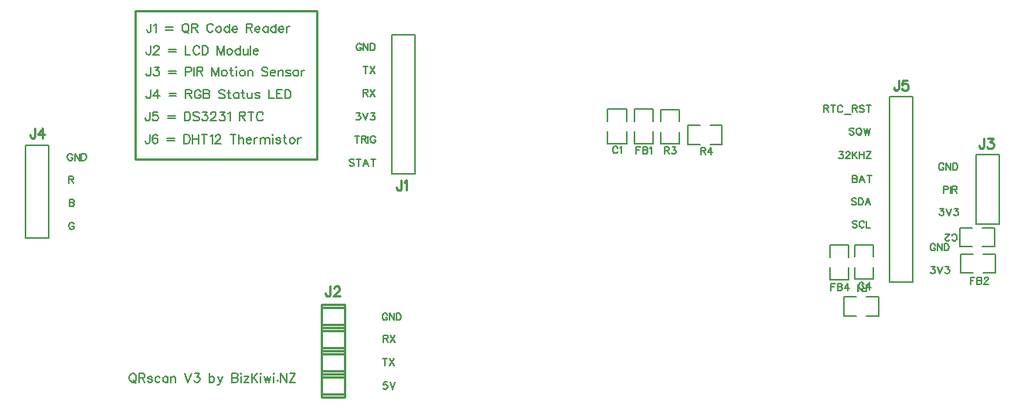
<source format=gto>
G04 Layer: TopSilkscreenLayer*
G04 EasyEDA v6.4.31, 2022-02-02 03:50:30*
G04 0b916ec405ec4e9094bbf8359c402fb2,658f5e24285b455797eae137c281a567,10*
G04 Gerber Generator version 0.2*
G04 Scale: 100 percent, Rotated: No, Reflected: No *
G04 Dimensions in millimeters *
G04 leading zeros omitted , absolute positions ,4 integer and 5 decimal *
%FSLAX45Y45*%
%MOMM*%

%ADD10C,0.2540*%
%ADD20C,0.2030*%
%ADD21C,0.2032*%
%ADD22C,0.1999*%
%ADD23C,0.2500*%
%ADD24C,0.1524*%

%LPD*%
D21*
X4293870Y209804D02*
G01*
X4290059Y217170D01*
X4282947Y224536D01*
X4275581Y228092D01*
X4261104Y228092D01*
X4253738Y224536D01*
X4246625Y217170D01*
X4242815Y209804D01*
X4239259Y198881D01*
X4239259Y180847D01*
X4242815Y169926D01*
X4246625Y162560D01*
X4253738Y155194D01*
X4261104Y151637D01*
X4275581Y151637D01*
X4282947Y155194D01*
X4290059Y162560D01*
X4293870Y169926D01*
X4293870Y180847D01*
X4275581Y180847D02*
G01*
X4293870Y180847D01*
X4317745Y228092D02*
G01*
X4317745Y151637D01*
X4317745Y228092D02*
G01*
X4368800Y151637D01*
X4368800Y228092D02*
G01*
X4368800Y151637D01*
X4392675Y228092D02*
G01*
X4392675Y151637D01*
X4392675Y228092D02*
G01*
X4418075Y228092D01*
X4428997Y224536D01*
X4436363Y217170D01*
X4439920Y209804D01*
X4443729Y198881D01*
X4443729Y180847D01*
X4439920Y169926D01*
X4436363Y162560D01*
X4428997Y155194D01*
X4418075Y151637D01*
X4392675Y151637D01*
X4338320Y-20828D02*
G01*
X4338320Y-97281D01*
X4312920Y-20828D02*
G01*
X4363720Y-20828D01*
X4387850Y-20828D02*
G01*
X4438650Y-97281D01*
X4438650Y-20828D02*
G01*
X4387850Y-97281D01*
X4315459Y-274828D02*
G01*
X4315459Y-351281D01*
X4315459Y-274828D02*
G01*
X4348225Y-274828D01*
X4359147Y-278384D01*
X4362704Y-282194D01*
X4366259Y-289305D01*
X4366259Y-296671D01*
X4362704Y-304037D01*
X4359147Y-307594D01*
X4348225Y-311150D01*
X4315459Y-311150D01*
X4340859Y-311150D02*
G01*
X4366259Y-351281D01*
X4390390Y-274828D02*
G01*
X4441190Y-351281D01*
X4441190Y-274828D02*
G01*
X4390390Y-351281D01*
X4241545Y-533907D02*
G01*
X4281424Y-533907D01*
X4259579Y-563118D01*
X4270502Y-563118D01*
X4277868Y-566673D01*
X4281424Y-570229D01*
X4284979Y-581152D01*
X4284979Y-588518D01*
X4281424Y-599439D01*
X4274058Y-606805D01*
X4263390Y-610362D01*
X4252468Y-610362D01*
X4241545Y-606805D01*
X4237736Y-602995D01*
X4234179Y-595884D01*
X4309109Y-533907D02*
G01*
X4338065Y-610362D01*
X4367275Y-533907D02*
G01*
X4338065Y-610362D01*
X4398518Y-533907D02*
G01*
X4438650Y-533907D01*
X4416806Y-563118D01*
X4427727Y-563118D01*
X4434840Y-566673D01*
X4438650Y-570229D01*
X4442206Y-581152D01*
X4442206Y-588518D01*
X4438650Y-599439D01*
X4431284Y-606805D01*
X4420361Y-610362D01*
X4409440Y-610362D01*
X4398518Y-606805D01*
X4394961Y-602995D01*
X4391152Y-595884D01*
X4244340Y-785368D02*
G01*
X4244340Y-861821D01*
X4218940Y-785368D02*
G01*
X4269740Y-785368D01*
X4293870Y-785368D02*
G01*
X4293870Y-861821D01*
X4293870Y-785368D02*
G01*
X4326636Y-785368D01*
X4337558Y-788923D01*
X4341113Y-792734D01*
X4344670Y-799845D01*
X4344670Y-807212D01*
X4341113Y-814578D01*
X4337558Y-818134D01*
X4326636Y-821689D01*
X4293870Y-821689D01*
X4319270Y-821689D02*
G01*
X4344670Y-861821D01*
X4368800Y-785368D02*
G01*
X4368800Y-861821D01*
X4447286Y-803655D02*
G01*
X4443729Y-796289D01*
X4436363Y-788923D01*
X4428997Y-785368D01*
X4414520Y-785368D01*
X4407408Y-788923D01*
X4400041Y-796289D01*
X4396486Y-803655D01*
X4392675Y-814578D01*
X4392675Y-832612D01*
X4396486Y-843534D01*
X4400041Y-850900D01*
X4407408Y-858265D01*
X4414520Y-861821D01*
X4428997Y-861821D01*
X4436363Y-858265D01*
X4443729Y-850900D01*
X4447286Y-843534D01*
X4447286Y-832612D01*
X4428997Y-832612D02*
G01*
X4447286Y-832612D01*
X4213859Y-1050289D02*
G01*
X4206747Y-1042923D01*
X4195825Y-1039368D01*
X4181347Y-1039368D01*
X4170425Y-1042923D01*
X4163059Y-1050289D01*
X4163059Y-1057655D01*
X4166615Y-1064768D01*
X4170425Y-1068578D01*
X4177538Y-1072134D01*
X4199381Y-1079500D01*
X4206747Y-1083055D01*
X4210304Y-1086612D01*
X4213859Y-1093978D01*
X4213859Y-1104900D01*
X4206747Y-1112265D01*
X4195825Y-1115821D01*
X4181347Y-1115821D01*
X4170425Y-1112265D01*
X4163059Y-1104900D01*
X4263390Y-1039368D02*
G01*
X4263390Y-1115821D01*
X4237990Y-1039368D02*
G01*
X4288790Y-1039368D01*
X4341875Y-1039368D02*
G01*
X4312920Y-1115821D01*
X4341875Y-1039368D02*
G01*
X4371086Y-1115821D01*
X4323841Y-1090421D02*
G01*
X4360163Y-1090421D01*
X4420615Y-1039368D02*
G01*
X4420615Y-1115821D01*
X4394961Y-1039368D02*
G01*
X4446015Y-1039368D01*
X4578350Y-2746755D02*
G01*
X4574540Y-2739389D01*
X4567427Y-2732023D01*
X4560061Y-2728468D01*
X4545584Y-2728468D01*
X4538218Y-2732023D01*
X4531106Y-2739389D01*
X4527295Y-2746755D01*
X4523740Y-2757678D01*
X4523740Y-2775712D01*
X4527295Y-2786634D01*
X4531106Y-2794000D01*
X4538218Y-2801365D01*
X4545584Y-2804921D01*
X4560061Y-2804921D01*
X4567427Y-2801365D01*
X4574540Y-2794000D01*
X4578350Y-2786634D01*
X4578350Y-2775712D01*
X4560061Y-2775712D02*
G01*
X4578350Y-2775712D01*
X4602225Y-2728468D02*
G01*
X4602225Y-2804921D01*
X4602225Y-2728468D02*
G01*
X4653279Y-2804921D01*
X4653279Y-2728468D02*
G01*
X4653279Y-2804921D01*
X4677156Y-2728468D02*
G01*
X4677156Y-2804921D01*
X4677156Y-2728468D02*
G01*
X4702556Y-2728468D01*
X4713477Y-2732023D01*
X4720843Y-2739389D01*
X4724400Y-2746755D01*
X4728209Y-2757678D01*
X4728209Y-2775712D01*
X4724400Y-2786634D01*
X4720843Y-2794000D01*
X4713477Y-2801365D01*
X4702556Y-2804921D01*
X4677156Y-2804921D01*
X4575047Y-3482847D02*
G01*
X4538725Y-3482847D01*
X4534915Y-3515613D01*
X4538725Y-3512057D01*
X4549647Y-3508247D01*
X4560570Y-3508247D01*
X4571238Y-3512057D01*
X4578604Y-3519170D01*
X4582159Y-3530092D01*
X4582159Y-3537457D01*
X4578604Y-3548379D01*
X4571238Y-3555745D01*
X4560570Y-3559302D01*
X4549647Y-3559302D01*
X4538725Y-3555745D01*
X4534915Y-3551936D01*
X4531359Y-3544823D01*
X4606290Y-3482847D02*
G01*
X4635245Y-3559302D01*
X4664456Y-3482847D02*
G01*
X4635245Y-3559302D01*
X4533900Y-2969768D02*
G01*
X4533900Y-3046221D01*
X4533900Y-2969768D02*
G01*
X4566665Y-2969768D01*
X4577588Y-2973323D01*
X4581143Y-2977134D01*
X4584700Y-2984245D01*
X4584700Y-2991612D01*
X4581143Y-2998978D01*
X4577588Y-3002534D01*
X4566665Y-3006089D01*
X4533900Y-3006089D01*
X4559300Y-3006089D02*
G01*
X4584700Y-3046221D01*
X4608829Y-2969768D02*
G01*
X4659629Y-3046221D01*
X4659629Y-2969768D02*
G01*
X4608829Y-3046221D01*
X4554220Y-3223768D02*
G01*
X4554220Y-3300221D01*
X4528820Y-3223768D02*
G01*
X4579620Y-3223768D01*
X4603750Y-3223768D02*
G01*
X4654550Y-3300221D01*
X4654550Y-3223768D02*
G01*
X4603750Y-3300221D01*
X10674350Y-1100836D02*
G01*
X10670540Y-1093470D01*
X10663427Y-1086104D01*
X10656061Y-1082547D01*
X10641584Y-1082547D01*
X10634218Y-1086104D01*
X10627106Y-1093470D01*
X10623295Y-1100836D01*
X10619740Y-1111757D01*
X10619740Y-1129792D01*
X10623295Y-1140713D01*
X10627106Y-1148079D01*
X10634218Y-1155445D01*
X10641584Y-1159002D01*
X10656061Y-1159002D01*
X10663427Y-1155445D01*
X10670540Y-1148079D01*
X10674350Y-1140713D01*
X10674350Y-1129792D01*
X10656061Y-1129792D02*
G01*
X10674350Y-1129792D01*
X10698225Y-1082547D02*
G01*
X10698225Y-1159002D01*
X10698225Y-1082547D02*
G01*
X10749279Y-1159002D01*
X10749279Y-1082547D02*
G01*
X10749279Y-1159002D01*
X10773156Y-1082547D02*
G01*
X10773156Y-1159002D01*
X10773156Y-1082547D02*
G01*
X10798556Y-1082547D01*
X10809477Y-1086104D01*
X10816843Y-1093470D01*
X10820400Y-1100836D01*
X10824209Y-1111757D01*
X10824209Y-1129792D01*
X10820400Y-1140713D01*
X10816843Y-1148079D01*
X10809477Y-1155445D01*
X10798556Y-1159002D01*
X10773156Y-1159002D01*
X10632186Y-1580387D02*
G01*
X10672063Y-1580387D01*
X10650220Y-1609597D01*
X10661141Y-1609597D01*
X10668508Y-1613154D01*
X10672063Y-1616710D01*
X10675620Y-1627631D01*
X10675620Y-1634997D01*
X10672063Y-1645920D01*
X10664697Y-1653286D01*
X10654029Y-1656842D01*
X10643108Y-1656842D01*
X10632186Y-1653286D01*
X10628375Y-1649476D01*
X10624820Y-1642363D01*
X10699750Y-1580387D02*
G01*
X10728706Y-1656842D01*
X10757915Y-1580387D02*
G01*
X10728706Y-1656842D01*
X10789158Y-1580387D02*
G01*
X10829290Y-1580387D01*
X10807445Y-1609597D01*
X10818368Y-1609597D01*
X10825479Y-1613154D01*
X10829290Y-1616710D01*
X10832845Y-1627631D01*
X10832845Y-1634997D01*
X10829290Y-1645920D01*
X10821924Y-1653286D01*
X10811002Y-1656842D01*
X10800079Y-1656842D01*
X10789158Y-1653286D01*
X10785602Y-1649476D01*
X10781791Y-1642363D01*
X10670540Y-1334007D02*
G01*
X10670540Y-1410462D01*
X10670540Y-1334007D02*
G01*
X10703306Y-1334007D01*
X10714227Y-1337563D01*
X10717784Y-1341373D01*
X10721340Y-1348486D01*
X10721340Y-1359407D01*
X10717784Y-1366773D01*
X10714227Y-1370329D01*
X10703306Y-1374139D01*
X10670540Y-1374139D01*
X10745470Y-1334007D02*
G01*
X10745470Y-1410462D01*
X10769345Y-1334007D02*
G01*
X10769345Y-1410462D01*
X10769345Y-1334007D02*
G01*
X10802111Y-1334007D01*
X10813034Y-1337563D01*
X10816843Y-1341373D01*
X10820400Y-1348486D01*
X10820400Y-1355852D01*
X10816843Y-1363218D01*
X10813034Y-1366773D01*
X10802111Y-1370329D01*
X10769345Y-1370329D01*
X10795000Y-1370329D02*
G01*
X10820400Y-1410462D01*
X1129029Y-996695D02*
G01*
X1125220Y-989329D01*
X1118107Y-981963D01*
X1110742Y-978407D01*
X1096263Y-978407D01*
X1088897Y-981963D01*
X1081786Y-989329D01*
X1077976Y-996695D01*
X1074420Y-1007618D01*
X1074420Y-1025652D01*
X1077976Y-1036573D01*
X1081786Y-1043939D01*
X1088897Y-1051305D01*
X1096263Y-1054862D01*
X1110742Y-1054862D01*
X1118107Y-1051305D01*
X1125220Y-1043939D01*
X1129029Y-1036573D01*
X1129029Y-1025652D01*
X1110742Y-1025652D02*
G01*
X1129029Y-1025652D01*
X1152905Y-978407D02*
G01*
X1152905Y-1054862D01*
X1152905Y-978407D02*
G01*
X1203960Y-1054862D01*
X1203960Y-978407D02*
G01*
X1203960Y-1054862D01*
X1227836Y-978407D02*
G01*
X1227836Y-1054862D01*
X1227836Y-978407D02*
G01*
X1253236Y-978407D01*
X1264157Y-981963D01*
X1271523Y-989329D01*
X1275079Y-996695D01*
X1278889Y-1007618D01*
X1278889Y-1025652D01*
X1275079Y-1036573D01*
X1271523Y-1043939D01*
X1264157Y-1051305D01*
X1253236Y-1054862D01*
X1227836Y-1054862D01*
X1092200Y-1227328D02*
G01*
X1092200Y-1303781D01*
X1092200Y-1227328D02*
G01*
X1124965Y-1227328D01*
X1135887Y-1230884D01*
X1139444Y-1234694D01*
X1143000Y-1241805D01*
X1143000Y-1249171D01*
X1139444Y-1256537D01*
X1135887Y-1260094D01*
X1124965Y-1263650D01*
X1092200Y-1263650D01*
X1117600Y-1263650D02*
G01*
X1143000Y-1303781D01*
X1094739Y-1481328D02*
G01*
X1094739Y-1557781D01*
X1094739Y-1481328D02*
G01*
X1127505Y-1481328D01*
X1138428Y-1484884D01*
X1141984Y-1488694D01*
X1145539Y-1495805D01*
X1145539Y-1503171D01*
X1141984Y-1510537D01*
X1138428Y-1514094D01*
X1127505Y-1517650D01*
X1094739Y-1517650D02*
G01*
X1127505Y-1517650D01*
X1138428Y-1521460D01*
X1141984Y-1525015D01*
X1145539Y-1532381D01*
X1145539Y-1543304D01*
X1141984Y-1550415D01*
X1138428Y-1554226D01*
X1127505Y-1557781D01*
X1094739Y-1557781D01*
X1144270Y-1751076D02*
G01*
X1140460Y-1743710D01*
X1133347Y-1736344D01*
X1125981Y-1732787D01*
X1111504Y-1732787D01*
X1104137Y-1736344D01*
X1097026Y-1743710D01*
X1093215Y-1751076D01*
X1089660Y-1761997D01*
X1089660Y-1780031D01*
X1093215Y-1790954D01*
X1097026Y-1798320D01*
X1104137Y-1805686D01*
X1111504Y-1809242D01*
X1125981Y-1809242D01*
X1133347Y-1805686D01*
X1140460Y-1798320D01*
X1144270Y-1790954D01*
X1144270Y-1780031D01*
X1125981Y-1780031D02*
G01*
X1144270Y-1780031D01*
X1780286Y-3387344D02*
G01*
X1771142Y-3392170D01*
X1761744Y-3401313D01*
X1757171Y-3410457D01*
X1752600Y-3424428D01*
X1752600Y-3447542D01*
X1757171Y-3461257D01*
X1761744Y-3470655D01*
X1771142Y-3479800D01*
X1780286Y-3484371D01*
X1798828Y-3484371D01*
X1807971Y-3479800D01*
X1817370Y-3470655D01*
X1821942Y-3461257D01*
X1826513Y-3447542D01*
X1826513Y-3424428D01*
X1821942Y-3410457D01*
X1817370Y-3401313D01*
X1807971Y-3392170D01*
X1798828Y-3387344D01*
X1780286Y-3387344D01*
X1794255Y-3465829D02*
G01*
X1821942Y-3493770D01*
X1856994Y-3387344D02*
G01*
X1856994Y-3484371D01*
X1856994Y-3387344D02*
G01*
X1898650Y-3387344D01*
X1912365Y-3392170D01*
X1916937Y-3396742D01*
X1921510Y-3405886D01*
X1921510Y-3415029D01*
X1916937Y-3424428D01*
X1912365Y-3429000D01*
X1898650Y-3433571D01*
X1856994Y-3433571D01*
X1889252Y-3433571D02*
G01*
X1921510Y-3484371D01*
X2002790Y-3433571D02*
G01*
X1998218Y-3424428D01*
X1984502Y-3419855D01*
X1970531Y-3419855D01*
X1956815Y-3424428D01*
X1951990Y-3433571D01*
X1956815Y-3442970D01*
X1965959Y-3447542D01*
X1989074Y-3452113D01*
X1998218Y-3456686D01*
X2002790Y-3465829D01*
X2002790Y-3470655D01*
X1998218Y-3479800D01*
X1984502Y-3484371D01*
X1970531Y-3484371D01*
X1956815Y-3479800D01*
X1951990Y-3470655D01*
X2088895Y-3433571D02*
G01*
X2079497Y-3424428D01*
X2070354Y-3419855D01*
X2056384Y-3419855D01*
X2047240Y-3424428D01*
X2038095Y-3433571D01*
X2033270Y-3447542D01*
X2033270Y-3456686D01*
X2038095Y-3470655D01*
X2047240Y-3479800D01*
X2056384Y-3484371D01*
X2070354Y-3484371D01*
X2079497Y-3479800D01*
X2088895Y-3470655D01*
X2174747Y-3419855D02*
G01*
X2174747Y-3484371D01*
X2174747Y-3433571D02*
G01*
X2165350Y-3424428D01*
X2156206Y-3419855D01*
X2142490Y-3419855D01*
X2133091Y-3424428D01*
X2123947Y-3433571D01*
X2119375Y-3447542D01*
X2119375Y-3456686D01*
X2123947Y-3470655D01*
X2133091Y-3479800D01*
X2142490Y-3484371D01*
X2156206Y-3484371D01*
X2165350Y-3479800D01*
X2174747Y-3470655D01*
X2205227Y-3419855D02*
G01*
X2205227Y-3484371D01*
X2205227Y-3438144D02*
G01*
X2218943Y-3424428D01*
X2228341Y-3419855D01*
X2242058Y-3419855D01*
X2251456Y-3424428D01*
X2256027Y-3438144D01*
X2256027Y-3484371D01*
X2357627Y-3387344D02*
G01*
X2394458Y-3484371D01*
X2431541Y-3387344D02*
G01*
X2394458Y-3484371D01*
X2471165Y-3387344D02*
G01*
X2521965Y-3387344D01*
X2494279Y-3424428D01*
X2508250Y-3424428D01*
X2517393Y-3429000D01*
X2521965Y-3433571D01*
X2526538Y-3447542D01*
X2526538Y-3456686D01*
X2521965Y-3470655D01*
X2512822Y-3479800D01*
X2498852Y-3484371D01*
X2485136Y-3484371D01*
X2471165Y-3479800D01*
X2466593Y-3475228D01*
X2462022Y-3465829D01*
X2628138Y-3387344D02*
G01*
X2628138Y-3484371D01*
X2628138Y-3433571D02*
G01*
X2637536Y-3424428D01*
X2646679Y-3419855D01*
X2660650Y-3419855D01*
X2669793Y-3424428D01*
X2678938Y-3433571D01*
X2683509Y-3447542D01*
X2683509Y-3456686D01*
X2678938Y-3470655D01*
X2669793Y-3479800D01*
X2660650Y-3484371D01*
X2646679Y-3484371D01*
X2637536Y-3479800D01*
X2628138Y-3470655D01*
X2718815Y-3419855D02*
G01*
X2746502Y-3484371D01*
X2774188Y-3419855D02*
G01*
X2746502Y-3484371D01*
X2737104Y-3502913D01*
X2727959Y-3512057D01*
X2718815Y-3516629D01*
X2713990Y-3516629D01*
X2875788Y-3387344D02*
G01*
X2875788Y-3484371D01*
X2875788Y-3387344D02*
G01*
X2917190Y-3387344D01*
X2931159Y-3392170D01*
X2935731Y-3396742D01*
X2940304Y-3405886D01*
X2940304Y-3415029D01*
X2935731Y-3424428D01*
X2931159Y-3429000D01*
X2917190Y-3433571D01*
X2875788Y-3433571D02*
G01*
X2917190Y-3433571D01*
X2931159Y-3438144D01*
X2935731Y-3442970D01*
X2940304Y-3452113D01*
X2940304Y-3465829D01*
X2935731Y-3475228D01*
X2931159Y-3479800D01*
X2917190Y-3484371D01*
X2875788Y-3484371D01*
X2970784Y-3387344D02*
G01*
X2975609Y-3392170D01*
X2980181Y-3387344D01*
X2975609Y-3382771D01*
X2970784Y-3387344D01*
X2975609Y-3419855D02*
G01*
X2975609Y-3484371D01*
X3061461Y-3419855D02*
G01*
X3010661Y-3484371D01*
X3010661Y-3419855D02*
G01*
X3061461Y-3419855D01*
X3010661Y-3484371D02*
G01*
X3061461Y-3484371D01*
X3091941Y-3387344D02*
G01*
X3091941Y-3484371D01*
X3156458Y-3387344D02*
G01*
X3091941Y-3452113D01*
X3115056Y-3429000D02*
G01*
X3156458Y-3484371D01*
X3186938Y-3387344D02*
G01*
X3191509Y-3392170D01*
X3196336Y-3387344D01*
X3191509Y-3382771D01*
X3186938Y-3387344D01*
X3191509Y-3419855D02*
G01*
X3191509Y-3484371D01*
X3226815Y-3419855D02*
G01*
X3245104Y-3484371D01*
X3263645Y-3419855D02*
G01*
X3245104Y-3484371D01*
X3263645Y-3419855D02*
G01*
X3282188Y-3484371D01*
X3300729Y-3419855D02*
G01*
X3282188Y-3484371D01*
X3331209Y-3387344D02*
G01*
X3335781Y-3392170D01*
X3340354Y-3387344D01*
X3335781Y-3382771D01*
X3331209Y-3387344D01*
X3335781Y-3419855D02*
G01*
X3335781Y-3484371D01*
X3375406Y-3461257D02*
G01*
X3370834Y-3465829D01*
X3375406Y-3470655D01*
X3379977Y-3465829D01*
X3375406Y-3461257D01*
X3410458Y-3387344D02*
G01*
X3410458Y-3484371D01*
X3410458Y-3387344D02*
G01*
X3475227Y-3484371D01*
X3475227Y-3387344D02*
G01*
X3475227Y-3484371D01*
X3570224Y-3387344D02*
G01*
X3505708Y-3484371D01*
X3505708Y-3387344D02*
G01*
X3570224Y-3387344D01*
X3505708Y-3484371D02*
G01*
X3570224Y-3484371D01*
X1989327Y445515D02*
G01*
X1989327Y371602D01*
X1984756Y357631D01*
X1979929Y353060D01*
X1970786Y348487D01*
X1961641Y348487D01*
X1952243Y353060D01*
X1947672Y357631D01*
X1943100Y371602D01*
X1943100Y380745D01*
X2019808Y426973D02*
G01*
X2028952Y431545D01*
X2042922Y445515D01*
X2042922Y348487D01*
X2144522Y403860D02*
G01*
X2227579Y403860D01*
X2144522Y376173D02*
G01*
X2227579Y376173D01*
X2356865Y445515D02*
G01*
X2347722Y440689D01*
X2338324Y431545D01*
X2333752Y422402D01*
X2329179Y408431D01*
X2329179Y385318D01*
X2333752Y371602D01*
X2338324Y362204D01*
X2347722Y353060D01*
X2356865Y348487D01*
X2375408Y348487D01*
X2384552Y353060D01*
X2393950Y362204D01*
X2398522Y371602D01*
X2403093Y385318D01*
X2403093Y408431D01*
X2398522Y422402D01*
X2393950Y431545D01*
X2384552Y440689D01*
X2375408Y445515D01*
X2356865Y445515D01*
X2370836Y367029D02*
G01*
X2398522Y339089D01*
X2433574Y445515D02*
G01*
X2433574Y348487D01*
X2433574Y445515D02*
G01*
X2475229Y445515D01*
X2488945Y440689D01*
X2493518Y436118D01*
X2498090Y426973D01*
X2498090Y417829D01*
X2493518Y408431D01*
X2488945Y403860D01*
X2475229Y399287D01*
X2433574Y399287D01*
X2465831Y399287D02*
G01*
X2498090Y348487D01*
X2669031Y422402D02*
G01*
X2664459Y431545D01*
X2655315Y440689D01*
X2645918Y445515D01*
X2627629Y445515D01*
X2618231Y440689D01*
X2609088Y431545D01*
X2604515Y422402D01*
X2599690Y408431D01*
X2599690Y385318D01*
X2604515Y371602D01*
X2609088Y362204D01*
X2618231Y353060D01*
X2627629Y348487D01*
X2645918Y348487D01*
X2655315Y353060D01*
X2664459Y362204D01*
X2669031Y371602D01*
X2722625Y413004D02*
G01*
X2713481Y408431D01*
X2704084Y399287D01*
X2699511Y385318D01*
X2699511Y376173D01*
X2704084Y362204D01*
X2713481Y353060D01*
X2722625Y348487D01*
X2736595Y348487D01*
X2745740Y353060D01*
X2754884Y362204D01*
X2759709Y376173D01*
X2759709Y385318D01*
X2754884Y399287D01*
X2745740Y408431D01*
X2736595Y413004D01*
X2722625Y413004D01*
X2845561Y445515D02*
G01*
X2845561Y348487D01*
X2845561Y399287D02*
G01*
X2836163Y408431D01*
X2827020Y413004D01*
X2813050Y413004D01*
X2803906Y408431D01*
X2794761Y399287D01*
X2790190Y385318D01*
X2790190Y376173D01*
X2794761Y362204D01*
X2803906Y353060D01*
X2813050Y348487D01*
X2827020Y348487D01*
X2836163Y353060D01*
X2845561Y362204D01*
X2876041Y385318D02*
G01*
X2931413Y385318D01*
X2931413Y394715D01*
X2926841Y403860D01*
X2922270Y408431D01*
X2912872Y413004D01*
X2899156Y413004D01*
X2889758Y408431D01*
X2880613Y399287D01*
X2876041Y385318D01*
X2876041Y376173D01*
X2880613Y362204D01*
X2889758Y353060D01*
X2899156Y348487D01*
X2912872Y348487D01*
X2922270Y353060D01*
X2931413Y362204D01*
X3033013Y445515D02*
G01*
X3033013Y348487D01*
X3033013Y445515D02*
G01*
X3074670Y445515D01*
X3088386Y440689D01*
X3092958Y436118D01*
X3097529Y426973D01*
X3097529Y417829D01*
X3092958Y408431D01*
X3088386Y403860D01*
X3074670Y399287D01*
X3033013Y399287D01*
X3065272Y399287D02*
G01*
X3097529Y348487D01*
X3128009Y385318D02*
G01*
X3183636Y385318D01*
X3183636Y394715D01*
X3178809Y403860D01*
X3174238Y408431D01*
X3165093Y413004D01*
X3151124Y413004D01*
X3141979Y408431D01*
X3132836Y399287D01*
X3128009Y385318D01*
X3128009Y376173D01*
X3132836Y362204D01*
X3141979Y353060D01*
X3151124Y348487D01*
X3165093Y348487D01*
X3174238Y353060D01*
X3183636Y362204D01*
X3269488Y413004D02*
G01*
X3269488Y348487D01*
X3269488Y399287D02*
G01*
X3260090Y408431D01*
X3250945Y413004D01*
X3237229Y413004D01*
X3227831Y408431D01*
X3218688Y399287D01*
X3214115Y385318D01*
X3214115Y376173D01*
X3218688Y362204D01*
X3227831Y353060D01*
X3237229Y348487D01*
X3250945Y348487D01*
X3260090Y353060D01*
X3269488Y362204D01*
X3355340Y445515D02*
G01*
X3355340Y348487D01*
X3355340Y399287D02*
G01*
X3346195Y408431D01*
X3336797Y413004D01*
X3323081Y413004D01*
X3313684Y408431D01*
X3304540Y399287D01*
X3299968Y385318D01*
X3299968Y376173D01*
X3304540Y362204D01*
X3313684Y353060D01*
X3323081Y348487D01*
X3336797Y348487D01*
X3346195Y353060D01*
X3355340Y362204D01*
X3385820Y385318D02*
G01*
X3441191Y385318D01*
X3441191Y394715D01*
X3436620Y403860D01*
X3432047Y408431D01*
X3422650Y413004D01*
X3408934Y413004D01*
X3399790Y408431D01*
X3390391Y399287D01*
X3385820Y385318D01*
X3385820Y376173D01*
X3390391Y362204D01*
X3399790Y353060D01*
X3408934Y348487D01*
X3422650Y348487D01*
X3432047Y353060D01*
X3441191Y362204D01*
X3471672Y413004D02*
G01*
X3471672Y348487D01*
X3471672Y385318D02*
G01*
X3476243Y399287D01*
X3485641Y408431D01*
X3494786Y413004D01*
X3508756Y413004D01*
X1984247Y201676D02*
G01*
X1984247Y127762D01*
X1979675Y113792D01*
X1974850Y109220D01*
X1965706Y104647D01*
X1956561Y104647D01*
X1947163Y109220D01*
X1942591Y113792D01*
X1938020Y127762D01*
X1938020Y136905D01*
X2019300Y178562D02*
G01*
X2019300Y183134D01*
X2023872Y192278D01*
X2028443Y196850D01*
X2037841Y201676D01*
X2056129Y201676D01*
X2065527Y196850D01*
X2070100Y192278D01*
X2074672Y183134D01*
X2074672Y173989D01*
X2070100Y164592D01*
X2060956Y150876D01*
X2014727Y104647D01*
X2079243Y104647D01*
X2180843Y160020D02*
G01*
X2264156Y160020D01*
X2180843Y132334D02*
G01*
X2264156Y132334D01*
X2365756Y201676D02*
G01*
X2365756Y104647D01*
X2365756Y104647D02*
G01*
X2421127Y104647D01*
X2520950Y178562D02*
G01*
X2516124Y187705D01*
X2506979Y196850D01*
X2497836Y201676D01*
X2479293Y201676D01*
X2470150Y196850D01*
X2460752Y187705D01*
X2456179Y178562D01*
X2451608Y164592D01*
X2451608Y141478D01*
X2456179Y127762D01*
X2460752Y118363D01*
X2470150Y109220D01*
X2479293Y104647D01*
X2497836Y104647D01*
X2506979Y109220D01*
X2516124Y118363D01*
X2520950Y127762D01*
X2551429Y201676D02*
G01*
X2551429Y104647D01*
X2551429Y201676D02*
G01*
X2583688Y201676D01*
X2597404Y196850D01*
X2606802Y187705D01*
X2611374Y178562D01*
X2615945Y164592D01*
X2615945Y141478D01*
X2611374Y127762D01*
X2606802Y118363D01*
X2597404Y109220D01*
X2583688Y104647D01*
X2551429Y104647D01*
X2717545Y201676D02*
G01*
X2717545Y104647D01*
X2717545Y201676D02*
G01*
X2754629Y104647D01*
X2791459Y201676D02*
G01*
X2754629Y104647D01*
X2791459Y201676D02*
G01*
X2791459Y104647D01*
X2845054Y169163D02*
G01*
X2835909Y164592D01*
X2826511Y155447D01*
X2821940Y141478D01*
X2821940Y132334D01*
X2826511Y118363D01*
X2835909Y109220D01*
X2845054Y104647D01*
X2858770Y104647D01*
X2868168Y109220D01*
X2877311Y118363D01*
X2881884Y132334D01*
X2881884Y141478D01*
X2877311Y155447D01*
X2868168Y164592D01*
X2858770Y169163D01*
X2845054Y169163D01*
X2967990Y201676D02*
G01*
X2967990Y104647D01*
X2967990Y155447D02*
G01*
X2958591Y164592D01*
X2949447Y169163D01*
X2935477Y169163D01*
X2926334Y164592D01*
X2917190Y155447D01*
X2912363Y141478D01*
X2912363Y132334D01*
X2917190Y118363D01*
X2926334Y109220D01*
X2935477Y104647D01*
X2949447Y104647D01*
X2958591Y109220D01*
X2967990Y118363D01*
X2998470Y169163D02*
G01*
X2998470Y123189D01*
X3003041Y109220D01*
X3012186Y104647D01*
X3026156Y104647D01*
X3035300Y109220D01*
X3049270Y123189D01*
X3049270Y169163D02*
G01*
X3049270Y104647D01*
X3079750Y201676D02*
G01*
X3079750Y104647D01*
X3110229Y141478D02*
G01*
X3165602Y141478D01*
X3165602Y150876D01*
X3161029Y160020D01*
X3156204Y164592D01*
X3147059Y169163D01*
X3133090Y169163D01*
X3123945Y164592D01*
X3114802Y155447D01*
X3110229Y141478D01*
X3110229Y132334D01*
X3114802Y118363D01*
X3123945Y109220D01*
X3133090Y104647D01*
X3147059Y104647D01*
X3156204Y109220D01*
X3165602Y118363D01*
X1984247Y-32004D02*
G01*
X1984247Y-105918D01*
X1979675Y-119887D01*
X1974850Y-124460D01*
X1965706Y-129031D01*
X1956561Y-129031D01*
X1947163Y-124460D01*
X1942591Y-119887D01*
X1938020Y-105918D01*
X1938020Y-96773D01*
X2023872Y-32004D02*
G01*
X2074672Y-32004D01*
X2046986Y-69087D01*
X2060956Y-69087D01*
X2070100Y-73660D01*
X2074672Y-78231D01*
X2079243Y-92202D01*
X2079243Y-101345D01*
X2074672Y-115315D01*
X2065527Y-124460D01*
X2051558Y-129031D01*
X2037841Y-129031D01*
X2023872Y-124460D01*
X2019300Y-119887D01*
X2014727Y-110489D01*
X2180843Y-73660D02*
G01*
X2264156Y-73660D01*
X2180843Y-101345D02*
G01*
X2264156Y-101345D01*
X2365756Y-32004D02*
G01*
X2365756Y-129031D01*
X2365756Y-32004D02*
G01*
X2407158Y-32004D01*
X2421127Y-36829D01*
X2425700Y-41402D01*
X2430272Y-50545D01*
X2430272Y-64515D01*
X2425700Y-73660D01*
X2421127Y-78231D01*
X2407158Y-82804D01*
X2365756Y-82804D01*
X2460752Y-32004D02*
G01*
X2460752Y-129031D01*
X2491231Y-32004D02*
G01*
X2491231Y-129031D01*
X2491231Y-32004D02*
G01*
X2532888Y-32004D01*
X2546604Y-36829D01*
X2551429Y-41402D01*
X2556002Y-50545D01*
X2556002Y-59689D01*
X2551429Y-69087D01*
X2546604Y-73660D01*
X2532888Y-78231D01*
X2491231Y-78231D01*
X2523490Y-78231D02*
G01*
X2556002Y-129031D01*
X2657602Y-32004D02*
G01*
X2657602Y-129031D01*
X2657602Y-32004D02*
G01*
X2694431Y-129031D01*
X2731515Y-32004D02*
G01*
X2694431Y-129031D01*
X2731515Y-32004D02*
G01*
X2731515Y-129031D01*
X2785109Y-64515D02*
G01*
X2775711Y-69087D01*
X2766568Y-78231D01*
X2761995Y-92202D01*
X2761995Y-101345D01*
X2766568Y-115315D01*
X2775711Y-124460D01*
X2785109Y-129031D01*
X2798825Y-129031D01*
X2807970Y-124460D01*
X2817368Y-115315D01*
X2821940Y-101345D01*
X2821940Y-92202D01*
X2817368Y-78231D01*
X2807970Y-69087D01*
X2798825Y-64515D01*
X2785109Y-64515D01*
X2866390Y-32004D02*
G01*
X2866390Y-110489D01*
X2870961Y-124460D01*
X2880106Y-129031D01*
X2889250Y-129031D01*
X2852420Y-64515D02*
G01*
X2884677Y-64515D01*
X2919729Y-32004D02*
G01*
X2924556Y-36829D01*
X2929127Y-32004D01*
X2924556Y-27431D01*
X2919729Y-32004D01*
X2924556Y-64515D02*
G01*
X2924556Y-129031D01*
X2982722Y-64515D02*
G01*
X2973324Y-69087D01*
X2964179Y-78231D01*
X2959608Y-92202D01*
X2959608Y-101345D01*
X2964179Y-115315D01*
X2973324Y-124460D01*
X2982722Y-129031D01*
X2996438Y-129031D01*
X3005836Y-124460D01*
X3014979Y-115315D01*
X3019552Y-101345D01*
X3019552Y-92202D01*
X3014979Y-78231D01*
X3005836Y-69087D01*
X2996438Y-64515D01*
X2982722Y-64515D01*
X3050031Y-64515D02*
G01*
X3050031Y-129031D01*
X3050031Y-82804D02*
G01*
X3064002Y-69087D01*
X3073145Y-64515D01*
X3087115Y-64515D01*
X3096259Y-69087D01*
X3100831Y-82804D01*
X3100831Y-129031D01*
X3267202Y-45973D02*
G01*
X3257804Y-36829D01*
X3244088Y-32004D01*
X3225545Y-32004D01*
X3211829Y-36829D01*
X3202431Y-45973D01*
X3202431Y-55118D01*
X3207004Y-64515D01*
X3211829Y-69087D01*
X3220974Y-73660D01*
X3248659Y-82804D01*
X3257804Y-87629D01*
X3262629Y-92202D01*
X3267202Y-101345D01*
X3267202Y-115315D01*
X3257804Y-124460D01*
X3244088Y-129031D01*
X3225545Y-129031D01*
X3211829Y-124460D01*
X3202431Y-115315D01*
X3297681Y-92202D02*
G01*
X3353054Y-92202D01*
X3353054Y-82804D01*
X3348481Y-73660D01*
X3343909Y-69087D01*
X3334511Y-64515D01*
X3320795Y-64515D01*
X3311397Y-69087D01*
X3302254Y-78231D01*
X3297681Y-92202D01*
X3297681Y-101345D01*
X3302254Y-115315D01*
X3311397Y-124460D01*
X3320795Y-129031D01*
X3334511Y-129031D01*
X3343909Y-124460D01*
X3353054Y-115315D01*
X3383534Y-64515D02*
G01*
X3383534Y-129031D01*
X3383534Y-82804D02*
G01*
X3397250Y-69087D01*
X3406647Y-64515D01*
X3420363Y-64515D01*
X3429761Y-69087D01*
X3434334Y-82804D01*
X3434334Y-129031D01*
X3515613Y-78231D02*
G01*
X3511041Y-69087D01*
X3497072Y-64515D01*
X3483356Y-64515D01*
X3469386Y-69087D01*
X3464813Y-78231D01*
X3469386Y-87629D01*
X3478529Y-92202D01*
X3501643Y-96773D01*
X3511041Y-101345D01*
X3515613Y-110489D01*
X3515613Y-115315D01*
X3511041Y-124460D01*
X3497072Y-129031D01*
X3483356Y-129031D01*
X3469386Y-124460D01*
X3464813Y-115315D01*
X3569208Y-64515D02*
G01*
X3559809Y-69087D01*
X3550665Y-78231D01*
X3546093Y-92202D01*
X3546093Y-101345D01*
X3550665Y-115315D01*
X3559809Y-124460D01*
X3569208Y-129031D01*
X3582924Y-129031D01*
X3592322Y-124460D01*
X3601465Y-115315D01*
X3606038Y-101345D01*
X3606038Y-92202D01*
X3601465Y-78231D01*
X3592322Y-69087D01*
X3582924Y-64515D01*
X3569208Y-64515D01*
X3636518Y-64515D02*
G01*
X3636518Y-129031D01*
X3636518Y-92202D02*
G01*
X3641090Y-78231D01*
X3650488Y-69087D01*
X3659631Y-64515D01*
X3673602Y-64515D01*
X1984247Y-278384D02*
G01*
X1984247Y-352297D01*
X1979675Y-366268D01*
X1974850Y-370839D01*
X1965706Y-375412D01*
X1956561Y-375412D01*
X1947163Y-370839D01*
X1942591Y-366268D01*
X1938020Y-352297D01*
X1938020Y-343154D01*
X2060956Y-278384D02*
G01*
X2014727Y-343154D01*
X2084070Y-343154D01*
X2060956Y-278384D02*
G01*
X2060956Y-375412D01*
X2185670Y-320039D02*
G01*
X2268727Y-320039D01*
X2185670Y-347726D02*
G01*
X2268727Y-347726D01*
X2370327Y-278384D02*
G01*
X2370327Y-375412D01*
X2370327Y-278384D02*
G01*
X2411729Y-278384D01*
X2425700Y-283210D01*
X2430272Y-287781D01*
X2434843Y-296926D01*
X2434843Y-306070D01*
X2430272Y-315468D01*
X2425700Y-320039D01*
X2411729Y-324612D01*
X2370327Y-324612D01*
X2402586Y-324612D02*
G01*
X2434843Y-375412D01*
X2534665Y-301497D02*
G01*
X2530093Y-292354D01*
X2520950Y-283210D01*
X2511552Y-278384D01*
X2493009Y-278384D01*
X2483865Y-283210D01*
X2474722Y-292354D01*
X2470150Y-301497D01*
X2465324Y-315468D01*
X2465324Y-338581D01*
X2470150Y-352297D01*
X2474722Y-361695D01*
X2483865Y-370839D01*
X2493009Y-375412D01*
X2511552Y-375412D01*
X2520950Y-370839D01*
X2530093Y-361695D01*
X2534665Y-352297D01*
X2534665Y-338581D01*
X2511552Y-338581D02*
G01*
X2534665Y-338581D01*
X2565145Y-278384D02*
G01*
X2565145Y-375412D01*
X2565145Y-278384D02*
G01*
X2606802Y-278384D01*
X2620518Y-283210D01*
X2625090Y-287781D01*
X2629915Y-296926D01*
X2629915Y-306070D01*
X2625090Y-315468D01*
X2620518Y-320039D01*
X2606802Y-324612D01*
X2565145Y-324612D02*
G01*
X2606802Y-324612D01*
X2620518Y-329184D01*
X2625090Y-334010D01*
X2629915Y-343154D01*
X2629915Y-356870D01*
X2625090Y-366268D01*
X2620518Y-370839D01*
X2606802Y-375412D01*
X2565145Y-375412D01*
X2796031Y-292354D02*
G01*
X2786888Y-283210D01*
X2772918Y-278384D01*
X2754629Y-278384D01*
X2740659Y-283210D01*
X2731515Y-292354D01*
X2731515Y-301497D01*
X2736088Y-310895D01*
X2740659Y-315468D01*
X2749804Y-320039D01*
X2777490Y-329184D01*
X2786888Y-334010D01*
X2791459Y-338581D01*
X2796031Y-347726D01*
X2796031Y-361695D01*
X2786888Y-370839D01*
X2772918Y-375412D01*
X2754629Y-375412D01*
X2740659Y-370839D01*
X2731515Y-361695D01*
X2840481Y-278384D02*
G01*
X2840481Y-356870D01*
X2845054Y-370839D01*
X2854197Y-375412D01*
X2863595Y-375412D01*
X2826511Y-310895D02*
G01*
X2858770Y-310895D01*
X2949447Y-310895D02*
G01*
X2949447Y-375412D01*
X2949447Y-324612D02*
G01*
X2940050Y-315468D01*
X2930906Y-310895D01*
X2917190Y-310895D01*
X2907791Y-315468D01*
X2898647Y-324612D01*
X2894075Y-338581D01*
X2894075Y-347726D01*
X2898647Y-361695D01*
X2907791Y-370839D01*
X2917190Y-375412D01*
X2930906Y-375412D01*
X2940050Y-370839D01*
X2949447Y-361695D01*
X2993643Y-278384D02*
G01*
X2993643Y-356870D01*
X2998470Y-370839D01*
X3007613Y-375412D01*
X3016758Y-375412D01*
X2979927Y-310895D02*
G01*
X3012186Y-310895D01*
X3047238Y-310895D02*
G01*
X3047238Y-356870D01*
X3051809Y-370839D01*
X3061208Y-375412D01*
X3074924Y-375412D01*
X3084322Y-370839D01*
X3098038Y-356870D01*
X3098038Y-310895D02*
G01*
X3098038Y-375412D01*
X3179318Y-324612D02*
G01*
X3174745Y-315468D01*
X3161029Y-310895D01*
X3147059Y-310895D01*
X3133090Y-315468D01*
X3128518Y-324612D01*
X3133090Y-334010D01*
X3142488Y-338581D01*
X3165602Y-343154D01*
X3174745Y-347726D01*
X3179318Y-356870D01*
X3179318Y-361695D01*
X3174745Y-370839D01*
X3161029Y-375412D01*
X3147059Y-375412D01*
X3133090Y-370839D01*
X3128518Y-361695D01*
X3280918Y-278384D02*
G01*
X3280918Y-375412D01*
X3280918Y-375412D02*
G01*
X3336290Y-375412D01*
X3366770Y-278384D02*
G01*
X3366770Y-375412D01*
X3366770Y-278384D02*
G01*
X3426968Y-278384D01*
X3366770Y-324612D02*
G01*
X3403854Y-324612D01*
X3366770Y-375412D02*
G01*
X3426968Y-375412D01*
X3457447Y-278384D02*
G01*
X3457447Y-375412D01*
X3457447Y-278384D02*
G01*
X3489706Y-278384D01*
X3503675Y-283210D01*
X3512820Y-292354D01*
X3517391Y-301497D01*
X3521963Y-315468D01*
X3521963Y-338581D01*
X3517391Y-352297D01*
X3512820Y-361695D01*
X3503675Y-370839D01*
X3489706Y-375412D01*
X3457447Y-375412D01*
X1974088Y-522223D02*
G01*
X1974088Y-596137D01*
X1969515Y-610107D01*
X1964690Y-614679D01*
X1955545Y-619252D01*
X1946402Y-619252D01*
X1937004Y-614679D01*
X1932431Y-610107D01*
X1927860Y-596137D01*
X1927860Y-586994D01*
X2059940Y-522223D02*
G01*
X2013711Y-522223D01*
X2009140Y-563879D01*
X2013711Y-559307D01*
X2027681Y-554736D01*
X2041397Y-554736D01*
X2055368Y-559307D01*
X2064511Y-568452D01*
X2069084Y-582421D01*
X2069084Y-591565D01*
X2064511Y-605536D01*
X2055368Y-614679D01*
X2041397Y-619252D01*
X2027681Y-619252D01*
X2013711Y-614679D01*
X2009140Y-610107D01*
X2004568Y-600710D01*
X2170684Y-563879D02*
G01*
X2253995Y-563879D01*
X2170684Y-591565D02*
G01*
X2253995Y-591565D01*
X2355595Y-522223D02*
G01*
X2355595Y-619252D01*
X2355595Y-522223D02*
G01*
X2387854Y-522223D01*
X2401570Y-527050D01*
X2410968Y-536194D01*
X2415540Y-545337D01*
X2420111Y-559307D01*
X2420111Y-582421D01*
X2415540Y-596137D01*
X2410968Y-605536D01*
X2401570Y-614679D01*
X2387854Y-619252D01*
X2355595Y-619252D01*
X2515361Y-536194D02*
G01*
X2505963Y-527050D01*
X2492247Y-522223D01*
X2473706Y-522223D01*
X2459990Y-527050D01*
X2450591Y-536194D01*
X2450591Y-545337D01*
X2455163Y-554736D01*
X2459990Y-559307D01*
X2469134Y-563879D01*
X2496820Y-573023D01*
X2505963Y-577850D01*
X2510790Y-582421D01*
X2515361Y-591565D01*
X2515361Y-605536D01*
X2505963Y-614679D01*
X2492247Y-619252D01*
X2473706Y-619252D01*
X2459990Y-614679D01*
X2450591Y-605536D01*
X2554986Y-522223D02*
G01*
X2605786Y-522223D01*
X2578100Y-559307D01*
X2592070Y-559307D01*
X2601213Y-563879D01*
X2605786Y-568452D01*
X2610358Y-582421D01*
X2610358Y-591565D01*
X2605786Y-605536D01*
X2596641Y-614679D01*
X2582672Y-619252D01*
X2568956Y-619252D01*
X2554986Y-614679D01*
X2550413Y-610107D01*
X2545841Y-600710D01*
X2645409Y-545337D02*
G01*
X2645409Y-540765D01*
X2650236Y-531621D01*
X2654808Y-527050D01*
X2663952Y-522223D01*
X2682493Y-522223D01*
X2691638Y-527050D01*
X2696209Y-531621D01*
X2701036Y-540765D01*
X2701036Y-549910D01*
X2696209Y-559307D01*
X2687065Y-573023D01*
X2640838Y-619252D01*
X2705608Y-619252D01*
X2745231Y-522223D02*
G01*
X2796031Y-522223D01*
X2768345Y-559307D01*
X2782315Y-559307D01*
X2791459Y-563879D01*
X2796031Y-568452D01*
X2800604Y-582421D01*
X2800604Y-591565D01*
X2796031Y-605536D01*
X2786888Y-614679D01*
X2772918Y-619252D01*
X2759202Y-619252D01*
X2745231Y-614679D01*
X2740659Y-610107D01*
X2736088Y-600710D01*
X2831084Y-540765D02*
G01*
X2840481Y-536194D01*
X2854197Y-522223D01*
X2854197Y-619252D01*
X2955797Y-522223D02*
G01*
X2955797Y-619252D01*
X2955797Y-522223D02*
G01*
X2997454Y-522223D01*
X3011170Y-527050D01*
X3015995Y-531621D01*
X3020568Y-540765D01*
X3020568Y-549910D01*
X3015995Y-559307D01*
X3011170Y-563879D01*
X2997454Y-568452D01*
X2955797Y-568452D01*
X2988309Y-568452D02*
G01*
X3020568Y-619252D01*
X3083306Y-522223D02*
G01*
X3083306Y-619252D01*
X3051047Y-522223D02*
G01*
X3115563Y-522223D01*
X3215386Y-545337D02*
G01*
X3210813Y-536194D01*
X3201670Y-527050D01*
X3192272Y-522223D01*
X3173729Y-522223D01*
X3164586Y-527050D01*
X3155441Y-536194D01*
X3150870Y-545337D01*
X3146043Y-559307D01*
X3146043Y-582421D01*
X3150870Y-596137D01*
X3155441Y-605536D01*
X3164586Y-614679D01*
X3173729Y-619252D01*
X3192272Y-619252D01*
X3201670Y-614679D01*
X3210813Y-605536D01*
X3215386Y-596137D01*
X10580370Y-1984755D02*
G01*
X10576559Y-1977389D01*
X10569447Y-1970023D01*
X10562081Y-1966468D01*
X10547604Y-1966468D01*
X10540238Y-1970023D01*
X10533125Y-1977389D01*
X10529315Y-1984755D01*
X10525759Y-1995678D01*
X10525759Y-2013712D01*
X10529315Y-2024634D01*
X10533125Y-2032000D01*
X10540238Y-2039365D01*
X10547604Y-2042921D01*
X10562081Y-2042921D01*
X10569447Y-2039365D01*
X10576559Y-2032000D01*
X10580370Y-2024634D01*
X10580370Y-2013712D01*
X10562081Y-2013712D02*
G01*
X10580370Y-2013712D01*
X10604245Y-1966468D02*
G01*
X10604245Y-2042921D01*
X10604245Y-1966468D02*
G01*
X10655300Y-2042921D01*
X10655300Y-1966468D02*
G01*
X10655300Y-2042921D01*
X10679175Y-1966468D02*
G01*
X10679175Y-2042921D01*
X10679175Y-1966468D02*
G01*
X10704575Y-1966468D01*
X10715497Y-1970023D01*
X10722863Y-1977389D01*
X10726420Y-1984755D01*
X10730229Y-1995678D01*
X10730229Y-2013712D01*
X10726420Y-2024634D01*
X10722863Y-2032000D01*
X10715497Y-2039365D01*
X10704575Y-2042921D01*
X10679175Y-2042921D01*
X10535462Y-2215464D02*
G01*
X10575594Y-2215464D01*
X10553750Y-2244420D01*
X10564672Y-2244420D01*
X10572038Y-2248230D01*
X10575594Y-2251786D01*
X10579150Y-2262708D01*
X10579150Y-2270074D01*
X10575594Y-2280996D01*
X10568228Y-2288108D01*
X10557306Y-2291918D01*
X10546384Y-2291918D01*
X10535462Y-2288108D01*
X10531906Y-2284552D01*
X10528350Y-2277186D01*
X10603280Y-2215464D02*
G01*
X10632236Y-2291918D01*
X10661446Y-2215464D02*
G01*
X10632236Y-2291918D01*
X10692688Y-2215464D02*
G01*
X10732566Y-2215464D01*
X10710976Y-2244420D01*
X10721644Y-2244420D01*
X10729010Y-2248230D01*
X10732566Y-2251786D01*
X10736376Y-2262708D01*
X10736376Y-2270074D01*
X10732566Y-2280996D01*
X10725454Y-2288108D01*
X10714532Y-2291918D01*
X10703610Y-2291918D01*
X10692688Y-2288108D01*
X10689132Y-2284552D01*
X10685322Y-2277186D01*
X9725659Y-1725929D02*
G01*
X9718547Y-1718563D01*
X9707625Y-1715007D01*
X9693147Y-1715007D01*
X9682225Y-1718563D01*
X9674859Y-1725929D01*
X9674859Y-1733295D01*
X9678415Y-1740407D01*
X9682225Y-1744218D01*
X9689338Y-1747773D01*
X9711181Y-1755139D01*
X9718547Y-1758695D01*
X9722104Y-1762252D01*
X9725659Y-1769618D01*
X9725659Y-1780539D01*
X9718547Y-1787905D01*
X9707625Y-1791462D01*
X9693147Y-1791462D01*
X9682225Y-1787905D01*
X9674859Y-1780539D01*
X9804400Y-1733295D02*
G01*
X9800590Y-1725929D01*
X9793477Y-1718563D01*
X9786111Y-1715007D01*
X9771634Y-1715007D01*
X9764268Y-1718563D01*
X9757156Y-1725929D01*
X9753345Y-1733295D01*
X9749790Y-1744218D01*
X9749790Y-1762252D01*
X9753345Y-1773173D01*
X9757156Y-1780539D01*
X9764268Y-1787905D01*
X9771634Y-1791462D01*
X9786111Y-1791462D01*
X9793477Y-1787905D01*
X9800590Y-1780539D01*
X9804400Y-1773173D01*
X9828275Y-1715007D02*
G01*
X9828275Y-1791462D01*
X9828275Y-1791462D02*
G01*
X9871963Y-1791462D01*
X9714433Y-1476171D02*
G01*
X9707321Y-1468805D01*
X9696399Y-1465249D01*
X9681921Y-1465249D01*
X9670999Y-1468805D01*
X9663633Y-1476171D01*
X9663633Y-1483537D01*
X9667189Y-1490649D01*
X9670999Y-1494459D01*
X9678111Y-1498015D01*
X9699955Y-1505381D01*
X9707321Y-1508937D01*
X9710877Y-1512493D01*
X9714433Y-1519859D01*
X9714433Y-1530781D01*
X9707321Y-1538147D01*
X9696399Y-1541703D01*
X9681921Y-1541703D01*
X9670999Y-1538147D01*
X9663633Y-1530781D01*
X9738563Y-1465249D02*
G01*
X9738563Y-1541703D01*
X9738563Y-1465249D02*
G01*
X9763963Y-1465249D01*
X9774885Y-1468805D01*
X9782251Y-1476171D01*
X9785807Y-1483537D01*
X9789363Y-1494459D01*
X9789363Y-1512493D01*
X9785807Y-1523415D01*
X9782251Y-1530781D01*
X9774885Y-1538147D01*
X9763963Y-1541703D01*
X9738563Y-1541703D01*
X9842449Y-1465249D02*
G01*
X9813493Y-1541703D01*
X9842449Y-1465249D02*
G01*
X9871659Y-1541703D01*
X9824415Y-1516303D02*
G01*
X9860737Y-1516303D01*
X9673793Y-1218869D02*
G01*
X9673793Y-1295323D01*
X9673793Y-1218869D02*
G01*
X9706559Y-1218869D01*
X9717481Y-1222425D01*
X9721037Y-1226235D01*
X9724593Y-1233347D01*
X9724593Y-1240713D01*
X9721037Y-1248079D01*
X9717481Y-1251635D01*
X9706559Y-1255191D01*
X9673793Y-1255191D02*
G01*
X9706559Y-1255191D01*
X9717481Y-1259001D01*
X9721037Y-1262557D01*
X9724593Y-1269923D01*
X9724593Y-1280845D01*
X9721037Y-1287957D01*
X9717481Y-1291767D01*
X9706559Y-1295323D01*
X9673793Y-1295323D01*
X9777679Y-1218869D02*
G01*
X9748723Y-1295323D01*
X9777679Y-1218869D02*
G01*
X9806889Y-1295323D01*
X9759645Y-1269923D02*
G01*
X9795967Y-1269923D01*
X9856419Y-1218869D02*
G01*
X9856419Y-1295323D01*
X9830765Y-1218869D02*
G01*
X9881819Y-1218869D01*
X9531299Y-957249D02*
G01*
X9571177Y-957249D01*
X9549333Y-986459D01*
X9560255Y-986459D01*
X9567621Y-990015D01*
X9571177Y-993571D01*
X9574733Y-1004493D01*
X9574733Y-1011859D01*
X9571177Y-1022781D01*
X9563811Y-1030147D01*
X9553143Y-1033703D01*
X9542221Y-1033703D01*
X9531299Y-1030147D01*
X9527489Y-1026337D01*
X9523933Y-1019225D01*
X9602419Y-975537D02*
G01*
X9602419Y-971727D01*
X9606229Y-964615D01*
X9609785Y-960805D01*
X9616897Y-957249D01*
X9631629Y-957249D01*
X9638741Y-960805D01*
X9642551Y-964615D01*
X9646107Y-971727D01*
X9646107Y-979093D01*
X9642551Y-986459D01*
X9635185Y-997381D01*
X9598863Y-1033703D01*
X9649663Y-1033703D01*
X9673793Y-957249D02*
G01*
X9673793Y-1033703D01*
X9724593Y-957249D02*
G01*
X9673793Y-1008303D01*
X9691827Y-990015D02*
G01*
X9724593Y-1033703D01*
X9748723Y-957249D02*
G01*
X9748723Y-1033703D01*
X9799523Y-957249D02*
G01*
X9799523Y-1033703D01*
X9748723Y-993571D02*
G01*
X9799523Y-993571D01*
X9874453Y-957249D02*
G01*
X9823653Y-1033703D01*
X9823653Y-957249D02*
G01*
X9874453Y-957249D01*
X9823653Y-1033703D02*
G01*
X9874453Y-1033703D01*
X9691598Y-709117D02*
G01*
X9684486Y-701751D01*
X9673564Y-698195D01*
X9658832Y-698195D01*
X9648164Y-701751D01*
X9640798Y-709117D01*
X9640798Y-716483D01*
X9644354Y-723595D01*
X9648164Y-727405D01*
X9655276Y-730961D01*
X9677120Y-738327D01*
X9684486Y-741883D01*
X9688042Y-745439D01*
X9691598Y-752805D01*
X9691598Y-763727D01*
X9684486Y-770839D01*
X9673564Y-774649D01*
X9658832Y-774649D01*
X9648164Y-770839D01*
X9640798Y-763727D01*
X9737572Y-698195D02*
G01*
X9730206Y-701751D01*
X9722840Y-709117D01*
X9719284Y-716483D01*
X9715728Y-727405D01*
X9715728Y-745439D01*
X9719284Y-756361D01*
X9722840Y-763727D01*
X9730206Y-770839D01*
X9737572Y-774649D01*
X9752050Y-774649D01*
X9759416Y-770839D01*
X9766528Y-763727D01*
X9770338Y-756361D01*
X9773894Y-745439D01*
X9773894Y-727405D01*
X9770338Y-716483D01*
X9766528Y-709117D01*
X9759416Y-701751D01*
X9752050Y-698195D01*
X9737572Y-698195D01*
X9748494Y-759917D02*
G01*
X9770338Y-781761D01*
X9797770Y-698195D02*
G01*
X9816058Y-774649D01*
X9834346Y-698195D02*
G01*
X9816058Y-774649D01*
X9834346Y-698195D02*
G01*
X9852380Y-774649D01*
X9870668Y-698195D02*
G01*
X9852380Y-774649D01*
X9358833Y-449249D02*
G01*
X9358833Y-525703D01*
X9358833Y-449249D02*
G01*
X9391599Y-449249D01*
X9402521Y-452805D01*
X9406077Y-456615D01*
X9409633Y-463727D01*
X9409633Y-471093D01*
X9406077Y-478459D01*
X9402521Y-482015D01*
X9391599Y-485571D01*
X9358833Y-485571D01*
X9384233Y-485571D02*
G01*
X9409633Y-525703D01*
X9459163Y-449249D02*
G01*
X9459163Y-525703D01*
X9433763Y-449249D02*
G01*
X9484563Y-449249D01*
X9563303Y-467537D02*
G01*
X9559493Y-460171D01*
X9552381Y-452805D01*
X9545015Y-449249D01*
X9530537Y-449249D01*
X9523171Y-452805D01*
X9515805Y-460171D01*
X9512249Y-467537D01*
X9508693Y-478459D01*
X9508693Y-496493D01*
X9512249Y-507415D01*
X9515805Y-514781D01*
X9523171Y-522147D01*
X9530537Y-525703D01*
X9545015Y-525703D01*
X9552381Y-522147D01*
X9559493Y-514781D01*
X9563303Y-507415D01*
X9587179Y-551103D02*
G01*
X9652711Y-551103D01*
X9676587Y-449249D02*
G01*
X9676587Y-525703D01*
X9676587Y-449249D02*
G01*
X9709353Y-449249D01*
X9720275Y-452805D01*
X9723831Y-456615D01*
X9727641Y-463727D01*
X9727641Y-471093D01*
X9723831Y-478459D01*
X9720275Y-482015D01*
X9709353Y-485571D01*
X9676587Y-485571D01*
X9701987Y-485571D02*
G01*
X9727641Y-525703D01*
X9802571Y-460171D02*
G01*
X9795205Y-452805D01*
X9784283Y-449249D01*
X9769805Y-449249D01*
X9758883Y-452805D01*
X9751517Y-460171D01*
X9751517Y-467537D01*
X9755073Y-474649D01*
X9758883Y-478459D01*
X9765995Y-482015D01*
X9787839Y-489381D01*
X9795205Y-492937D01*
X9798761Y-496493D01*
X9802571Y-503859D01*
X9802571Y-514781D01*
X9795205Y-522147D01*
X9784283Y-525703D01*
X9769805Y-525703D01*
X9758883Y-522147D01*
X9751517Y-514781D01*
X9851847Y-449249D02*
G01*
X9851847Y-525703D01*
X9826447Y-449249D02*
G01*
X9877501Y-449249D01*
D23*
X11113770Y-814323D02*
G01*
X11113770Y-897381D01*
X11108436Y-913129D01*
X11103356Y-918210D01*
X11092941Y-923289D01*
X11082527Y-923289D01*
X11072113Y-918210D01*
X11066779Y-913129D01*
X11061700Y-897381D01*
X11061700Y-886968D01*
X11158220Y-814323D02*
G01*
X11215370Y-814323D01*
X11184381Y-855979D01*
X11199875Y-855979D01*
X11210290Y-861060D01*
X11215370Y-866139D01*
X11220704Y-881887D01*
X11220704Y-892302D01*
X11215370Y-907795D01*
X11205209Y-918210D01*
X11189461Y-923289D01*
X11173968Y-923289D01*
X11158220Y-918210D01*
X11153140Y-913129D01*
X11148059Y-902715D01*
X717550Y-700023D02*
G01*
X717550Y-783081D01*
X712215Y-798829D01*
X707136Y-803910D01*
X696721Y-808989D01*
X686307Y-808989D01*
X675894Y-803910D01*
X670560Y-798829D01*
X665479Y-783081D01*
X665479Y-772668D01*
X803655Y-700023D02*
G01*
X751839Y-772668D01*
X829563Y-772668D01*
X803655Y-700023D02*
G01*
X803655Y-808989D01*
D21*
X1974088Y-771144D02*
G01*
X1974088Y-845057D01*
X1969515Y-859028D01*
X1964690Y-863600D01*
X1955545Y-868171D01*
X1946402Y-868171D01*
X1937004Y-863600D01*
X1932431Y-859028D01*
X1927860Y-845057D01*
X1927860Y-835913D01*
X2059940Y-785113D02*
G01*
X2055368Y-775970D01*
X2041397Y-771144D01*
X2032254Y-771144D01*
X2018284Y-775970D01*
X2009140Y-789686D01*
X2004568Y-812800D01*
X2004568Y-835913D01*
X2009140Y-854455D01*
X2018284Y-863600D01*
X2032254Y-868171D01*
X2036825Y-868171D01*
X2050795Y-863600D01*
X2059940Y-854455D01*
X2064511Y-840486D01*
X2064511Y-835913D01*
X2059940Y-821944D01*
X2050795Y-812800D01*
X2036825Y-808228D01*
X2032254Y-808228D01*
X2018284Y-812800D01*
X2009140Y-821944D01*
X2004568Y-835913D01*
X2166111Y-812800D02*
G01*
X2249170Y-812800D01*
X2166111Y-840486D02*
G01*
X2249170Y-840486D01*
X2350770Y-771144D02*
G01*
X2350770Y-868171D01*
X2350770Y-771144D02*
G01*
X2383281Y-771144D01*
X2396997Y-775970D01*
X2406395Y-785113D01*
X2410968Y-794257D01*
X2415540Y-808228D01*
X2415540Y-831342D01*
X2410968Y-845057D01*
X2406395Y-854455D01*
X2396997Y-863600D01*
X2383281Y-868171D01*
X2350770Y-868171D01*
X2446020Y-771144D02*
G01*
X2446020Y-868171D01*
X2510790Y-771144D02*
G01*
X2510790Y-868171D01*
X2446020Y-817371D02*
G01*
X2510790Y-817371D01*
X2573527Y-771144D02*
G01*
X2573527Y-868171D01*
X2541270Y-771144D02*
G01*
X2605786Y-771144D01*
X2636265Y-789686D02*
G01*
X2645409Y-785113D01*
X2659379Y-771144D01*
X2659379Y-868171D01*
X2694431Y-794257D02*
G01*
X2694431Y-789686D01*
X2699004Y-780542D01*
X2703829Y-775970D01*
X2712974Y-771144D01*
X2731515Y-771144D01*
X2740659Y-775970D01*
X2745231Y-780542D01*
X2749804Y-789686D01*
X2749804Y-798829D01*
X2745231Y-808228D01*
X2736088Y-821944D01*
X2689859Y-868171D01*
X2754629Y-868171D01*
X2888488Y-771144D02*
G01*
X2888488Y-868171D01*
X2856229Y-771144D02*
G01*
X2920745Y-771144D01*
X2951225Y-771144D02*
G01*
X2951225Y-868171D01*
X2951225Y-821944D02*
G01*
X2965195Y-808228D01*
X2974340Y-803655D01*
X2988309Y-803655D01*
X2997454Y-808228D01*
X3002025Y-821944D01*
X3002025Y-868171D01*
X3032506Y-831342D02*
G01*
X3087877Y-831342D01*
X3087877Y-821944D01*
X3083306Y-812800D01*
X3078734Y-808228D01*
X3069590Y-803655D01*
X3055620Y-803655D01*
X3046475Y-808228D01*
X3037077Y-817371D01*
X3032506Y-831342D01*
X3032506Y-840486D01*
X3037077Y-854455D01*
X3046475Y-863600D01*
X3055620Y-868171D01*
X3069590Y-868171D01*
X3078734Y-863600D01*
X3087877Y-854455D01*
X3118358Y-803655D02*
G01*
X3118358Y-868171D01*
X3118358Y-831342D02*
G01*
X3122929Y-817371D01*
X3132327Y-808228D01*
X3141472Y-803655D01*
X3155441Y-803655D01*
X3185922Y-803655D02*
G01*
X3185922Y-868171D01*
X3185922Y-821944D02*
G01*
X3199638Y-808228D01*
X3209036Y-803655D01*
X3222752Y-803655D01*
X3232150Y-808228D01*
X3236722Y-821944D01*
X3236722Y-868171D01*
X3236722Y-821944D02*
G01*
X3250438Y-808228D01*
X3259836Y-803655D01*
X3273552Y-803655D01*
X3282950Y-808228D01*
X3287522Y-821944D01*
X3287522Y-868171D01*
X3318002Y-771144D02*
G01*
X3322574Y-775970D01*
X3327145Y-771144D01*
X3322574Y-766571D01*
X3318002Y-771144D01*
X3322574Y-803655D02*
G01*
X3322574Y-868171D01*
X3408425Y-817371D02*
G01*
X3403854Y-808228D01*
X3389884Y-803655D01*
X3376168Y-803655D01*
X3362197Y-808228D01*
X3357625Y-817371D01*
X3362197Y-826770D01*
X3371595Y-831342D01*
X3394709Y-835913D01*
X3403854Y-840486D01*
X3408425Y-849629D01*
X3408425Y-854455D01*
X3403854Y-863600D01*
X3389884Y-868171D01*
X3376168Y-868171D01*
X3362197Y-863600D01*
X3357625Y-854455D01*
X3452875Y-771144D02*
G01*
X3452875Y-849629D01*
X3457447Y-863600D01*
X3466591Y-868171D01*
X3475990Y-868171D01*
X3438906Y-803655D02*
G01*
X3471163Y-803655D01*
X3529329Y-803655D02*
G01*
X3520186Y-808228D01*
X3511041Y-817371D01*
X3506470Y-831342D01*
X3506470Y-840486D01*
X3511041Y-854455D01*
X3520186Y-863600D01*
X3529329Y-868171D01*
X3543300Y-868171D01*
X3552443Y-863600D01*
X3561841Y-854455D01*
X3566413Y-840486D01*
X3566413Y-831342D01*
X3561841Y-817371D01*
X3552443Y-808228D01*
X3543300Y-803655D01*
X3529329Y-803655D01*
X3596893Y-803655D02*
G01*
X3596893Y-868171D01*
X3596893Y-831342D02*
G01*
X3601465Y-817371D01*
X3610609Y-808228D01*
X3620008Y-803655D01*
X3633724Y-803655D01*
D24*
X9798050Y-2408936D02*
G01*
X9794240Y-2401570D01*
X9787127Y-2394204D01*
X9779761Y-2390647D01*
X9765284Y-2390647D01*
X9757918Y-2394204D01*
X9750806Y-2401570D01*
X9746995Y-2408936D01*
X9743440Y-2419857D01*
X9743440Y-2437892D01*
X9746995Y-2448813D01*
X9750806Y-2456179D01*
X9757918Y-2463545D01*
X9765284Y-2467102D01*
X9779761Y-2467102D01*
X9787127Y-2463545D01*
X9794240Y-2456179D01*
X9798050Y-2448813D01*
X9858247Y-2390647D02*
G01*
X9821925Y-2441702D01*
X9876536Y-2441702D01*
X9858247Y-2390647D02*
G01*
X9858247Y-2467102D01*
X9438640Y-2400807D02*
G01*
X9438640Y-2477262D01*
X9438640Y-2400807D02*
G01*
X9485884Y-2400807D01*
X9438640Y-2437129D02*
G01*
X9467850Y-2437129D01*
X9510013Y-2400807D02*
G01*
X9510013Y-2477262D01*
X9510013Y-2400807D02*
G01*
X9542525Y-2400807D01*
X9553447Y-2404363D01*
X9557258Y-2408173D01*
X9560813Y-2415286D01*
X9560813Y-2422652D01*
X9557258Y-2430018D01*
X9553447Y-2433573D01*
X9542525Y-2437129D01*
X9510013Y-2437129D02*
G01*
X9542525Y-2437129D01*
X9553447Y-2440939D01*
X9557258Y-2444495D01*
X9560813Y-2451862D01*
X9560813Y-2462784D01*
X9557258Y-2469895D01*
X9553447Y-2473705D01*
X9542525Y-2477262D01*
X9510013Y-2477262D01*
X9621265Y-2400807D02*
G01*
X9584943Y-2451862D01*
X9639300Y-2451862D01*
X9621265Y-2400807D02*
G01*
X9621265Y-2477262D01*
D23*
X10179050Y-176784D02*
G01*
X10179050Y-259842D01*
X10173715Y-275589D01*
X10168636Y-280670D01*
X10158222Y-285750D01*
X10147808Y-285750D01*
X10137393Y-280670D01*
X10132059Y-275589D01*
X10126979Y-259842D01*
X10126979Y-249428D01*
X10275570Y-176784D02*
G01*
X10223500Y-176784D01*
X10218420Y-223520D01*
X10223500Y-218439D01*
X10239247Y-213105D01*
X10254741Y-213105D01*
X10270490Y-218439D01*
X10280650Y-228600D01*
X10285984Y-244347D01*
X10285984Y-254762D01*
X10280650Y-270255D01*
X10270490Y-280670D01*
X10254741Y-285750D01*
X10239247Y-285750D01*
X10223500Y-280670D01*
X10218420Y-275589D01*
X10213340Y-265176D01*
X4730750Y-1271523D02*
G01*
X4730750Y-1354581D01*
X4725415Y-1370329D01*
X4720336Y-1375410D01*
X4709922Y-1380489D01*
X4699508Y-1380489D01*
X4689093Y-1375410D01*
X4683759Y-1370329D01*
X4678679Y-1354581D01*
X4678679Y-1344168D01*
X4765040Y-1292352D02*
G01*
X4775200Y-1287018D01*
X4790947Y-1271523D01*
X4790947Y-1380489D01*
X3953509Y-2432304D02*
G01*
X3953509Y-2515362D01*
X3948175Y-2531110D01*
X3943095Y-2536189D01*
X3932681Y-2541270D01*
X3922268Y-2541270D01*
X3911854Y-2536189D01*
X3906520Y-2531110D01*
X3901440Y-2515362D01*
X3901440Y-2504947D01*
X3992879Y-2458212D02*
G01*
X3992879Y-2453131D01*
X3997959Y-2442718D01*
X4003293Y-2437384D01*
X4013708Y-2432304D01*
X4034536Y-2432304D01*
X4044950Y-2437384D01*
X4050029Y-2442718D01*
X4055109Y-2453131D01*
X4055109Y-2463545D01*
X4050029Y-2473960D01*
X4039615Y-2489454D01*
X3987800Y-2541270D01*
X4060443Y-2541270D01*
D24*
X9824720Y-2488692D02*
G01*
X9824720Y-2412237D01*
X9824720Y-2488692D02*
G01*
X9791954Y-2488692D01*
X9781031Y-2485136D01*
X9777475Y-2481326D01*
X9773920Y-2474213D01*
X9773920Y-2466847D01*
X9777475Y-2459481D01*
X9781031Y-2455926D01*
X9791954Y-2452370D01*
X9824720Y-2452370D01*
X9799320Y-2452370D02*
G01*
X9773920Y-2412237D01*
X9749790Y-2474213D02*
G01*
X9742424Y-2477770D01*
X9731756Y-2488692D01*
X9731756Y-2412237D01*
X7305040Y-904747D02*
G01*
X7305040Y-981202D01*
X7305040Y-904747D02*
G01*
X7352284Y-904747D01*
X7305040Y-941070D02*
G01*
X7334250Y-941070D01*
X7376413Y-904747D02*
G01*
X7376413Y-981202D01*
X7376413Y-904747D02*
G01*
X7408925Y-904747D01*
X7419847Y-908304D01*
X7423658Y-912113D01*
X7427213Y-919226D01*
X7427213Y-926592D01*
X7423658Y-933957D01*
X7419847Y-937513D01*
X7408925Y-941070D01*
X7376413Y-941070D02*
G01*
X7408925Y-941070D01*
X7419847Y-944879D01*
X7423658Y-948436D01*
X7427213Y-955802D01*
X7427213Y-966723D01*
X7423658Y-973836D01*
X7419847Y-977645D01*
X7408925Y-981202D01*
X7376413Y-981202D01*
X7451343Y-919226D02*
G01*
X7458456Y-915670D01*
X7469377Y-904747D01*
X7469377Y-981202D01*
X10967720Y-2332228D02*
G01*
X10967720Y-2408681D01*
X10967720Y-2332228D02*
G01*
X11014963Y-2332228D01*
X10967720Y-2368550D02*
G01*
X10996929Y-2368550D01*
X11039093Y-2332228D02*
G01*
X11039093Y-2408681D01*
X11039093Y-2332228D02*
G01*
X11071606Y-2332228D01*
X11082527Y-2335784D01*
X11086338Y-2339594D01*
X11089893Y-2346705D01*
X11089893Y-2354071D01*
X11086338Y-2361437D01*
X11082527Y-2364994D01*
X11071606Y-2368550D01*
X11039093Y-2368550D02*
G01*
X11071606Y-2368550D01*
X11082527Y-2372360D01*
X11086338Y-2375915D01*
X11089893Y-2383281D01*
X11089893Y-2394204D01*
X11086338Y-2401315D01*
X11082527Y-2405126D01*
X11071606Y-2408681D01*
X11039093Y-2408681D01*
X11117579Y-2350515D02*
G01*
X11117579Y-2346705D01*
X11121136Y-2339594D01*
X11124691Y-2335784D01*
X11132058Y-2332228D01*
X11146536Y-2332228D01*
X11153902Y-2335784D01*
X11157458Y-2339594D01*
X11161268Y-2346705D01*
X11161268Y-2354071D01*
X11157458Y-2361437D01*
X11150345Y-2372360D01*
X11114024Y-2408681D01*
X11164824Y-2408681D01*
X10763250Y-1916684D02*
G01*
X10767059Y-1924050D01*
X10774172Y-1931415D01*
X10781538Y-1934971D01*
X10796015Y-1934971D01*
X10803381Y-1931415D01*
X10810493Y-1924050D01*
X10814304Y-1916684D01*
X10817859Y-1905762D01*
X10817859Y-1887728D01*
X10814304Y-1876805D01*
X10810493Y-1869439D01*
X10803381Y-1862073D01*
X10796015Y-1858518D01*
X10781538Y-1858518D01*
X10774172Y-1862073D01*
X10767059Y-1869439D01*
X10763250Y-1876805D01*
X10735563Y-1916684D02*
G01*
X10735563Y-1920494D01*
X10732008Y-1927605D01*
X10728452Y-1931415D01*
X10721086Y-1934971D01*
X10706608Y-1934971D01*
X10699241Y-1931415D01*
X10695686Y-1927605D01*
X10692129Y-1920494D01*
X10692129Y-1913128D01*
X10695686Y-1905762D01*
X10703052Y-1894839D01*
X10739374Y-1858518D01*
X10688320Y-1858518D01*
X7100570Y-917955D02*
G01*
X7096759Y-910589D01*
X7089647Y-903223D01*
X7082281Y-899668D01*
X7067804Y-899668D01*
X7060438Y-903223D01*
X7053325Y-910589D01*
X7049515Y-917955D01*
X7045959Y-928878D01*
X7045959Y-946912D01*
X7049515Y-957834D01*
X7053325Y-965200D01*
X7060438Y-972565D01*
X7067804Y-976121D01*
X7082281Y-976121D01*
X7089647Y-972565D01*
X7096759Y-965200D01*
X7100570Y-957834D01*
X7124445Y-914145D02*
G01*
X7131811Y-910589D01*
X7142734Y-899668D01*
X7142734Y-976121D01*
X7614920Y-907287D02*
G01*
X7614920Y-983742D01*
X7614920Y-907287D02*
G01*
X7647686Y-907287D01*
X7658608Y-910844D01*
X7662163Y-914654D01*
X7665720Y-921765D01*
X7665720Y-929131D01*
X7662163Y-936497D01*
X7658608Y-940054D01*
X7647686Y-943610D01*
X7614920Y-943610D01*
X7640320Y-943610D02*
G01*
X7665720Y-983742D01*
X7697215Y-907287D02*
G01*
X7737093Y-907287D01*
X7715250Y-936497D01*
X7726172Y-936497D01*
X7733538Y-940054D01*
X7737093Y-943610D01*
X7740650Y-954531D01*
X7740650Y-961897D01*
X7737093Y-972820D01*
X7729727Y-980186D01*
X7718806Y-983742D01*
X7707884Y-983742D01*
X7697215Y-980186D01*
X7693406Y-976376D01*
X7689850Y-969263D01*
X8011159Y-914907D02*
G01*
X8011159Y-991362D01*
X8011159Y-914907D02*
G01*
X8043925Y-914907D01*
X8054847Y-918463D01*
X8058404Y-922273D01*
X8061959Y-929386D01*
X8061959Y-936752D01*
X8058404Y-944118D01*
X8054847Y-947673D01*
X8043925Y-951229D01*
X8011159Y-951229D01*
X8036559Y-951229D02*
G01*
X8061959Y-991362D01*
X8122411Y-914907D02*
G01*
X8086090Y-965962D01*
X8140700Y-965962D01*
X8122411Y-914907D02*
G01*
X8122411Y-991362D01*
D20*
X11280140Y-1746885D02*
G01*
X11280140Y-1176020D01*
D21*
X11280140Y-1747520D02*
G01*
X11026140Y-1747520D01*
X11026140Y-985520D01*
X11280140Y-985520D01*
X11280140Y-1176020D01*
D20*
X866139Y-1899920D02*
G01*
X866139Y-1074420D01*
D21*
X866139Y-1899920D02*
G01*
X612139Y-1899920D01*
X612139Y-883920D01*
X866139Y-883920D01*
X866139Y-1074420D01*
D22*
X9905339Y-2111146D02*
G01*
X9905339Y-1979142D01*
X9698329Y-1979142D01*
X9698329Y-2111146D01*
X9905339Y-2224354D02*
G01*
X9905339Y-2356357D01*
X9698329Y-2356357D01*
X9698329Y-2224354D01*
X9631019Y-2113686D02*
G01*
X9631019Y-1981682D01*
X9424009Y-1981682D01*
X9424009Y-2113686D01*
X9631019Y-2226894D02*
G01*
X9631019Y-2358897D01*
X9424009Y-2358897D01*
X9424009Y-2226894D01*
D21*
X10337800Y-1369060D02*
G01*
X10337800Y-2385060D01*
X10083800Y-2385060D01*
X10083800Y-353060D01*
X10337800Y-353060D01*
X10337800Y-543560D01*
D20*
X10337800Y-1369060D02*
G01*
X10337800Y-543560D01*
D21*
X4884420Y-689000D02*
G01*
X4884420Y-1197000D01*
X4630420Y-1197000D01*
X4630420Y326999D01*
X4884420Y326999D01*
X4884420Y136499D01*
D20*
X4884420Y-689000D02*
G01*
X4884420Y136499D01*
D10*
X3860800Y-3647439D02*
G01*
X3860800Y-3616960D01*
X3860800Y-3616960D02*
G01*
X3860800Y-3423920D01*
X3860800Y-3423920D02*
G01*
X3860800Y-3393439D01*
X4109720Y-3393439D02*
G01*
X4109720Y-3423920D01*
X4109720Y-3423920D02*
G01*
X4109720Y-3616960D01*
X4109720Y-3616960D02*
G01*
X4109720Y-3647439D01*
X4109720Y-3647439D02*
G01*
X3860800Y-3647439D01*
X3860800Y-3616960D02*
G01*
X4109720Y-3616960D01*
X3860800Y-3423920D02*
G01*
X4109720Y-3423920D01*
X3860800Y-3393439D02*
G01*
X3860800Y-3362960D01*
X3860800Y-3362960D02*
G01*
X3860800Y-3169920D01*
X3860800Y-3169920D02*
G01*
X3860800Y-3139439D01*
X4109720Y-3139439D02*
G01*
X4109720Y-3169920D01*
X4109720Y-3169920D02*
G01*
X4109720Y-3362960D01*
X4109720Y-3362960D02*
G01*
X4109720Y-3393439D01*
X4109720Y-3393439D02*
G01*
X3860800Y-3393439D01*
X3860800Y-3362960D02*
G01*
X4109720Y-3362960D01*
X3860800Y-3169920D02*
G01*
X4109720Y-3169920D01*
X3860800Y-3139439D02*
G01*
X3860800Y-3108960D01*
X3860800Y-3108960D02*
G01*
X3860800Y-2915920D01*
X3860800Y-2915920D02*
G01*
X3860800Y-2885439D01*
X4109720Y-2885439D02*
G01*
X4109720Y-2915920D01*
X4109720Y-2915920D02*
G01*
X4109720Y-3108960D01*
X4109720Y-3108960D02*
G01*
X4109720Y-3139439D01*
X4109720Y-3139439D02*
G01*
X3860800Y-3139439D01*
X3860800Y-3108960D02*
G01*
X4109720Y-3108960D01*
X3860800Y-2915920D02*
G01*
X4109720Y-2915920D01*
X3860800Y-2885439D02*
G01*
X3860800Y-2854960D01*
X3860800Y-2854960D02*
G01*
X3860800Y-2661920D01*
X3860800Y-2661920D02*
G01*
X3860800Y-2631439D01*
X4109720Y-2631439D02*
G01*
X4109720Y-2661920D01*
X4109720Y-2661920D02*
G01*
X4109720Y-2854960D01*
X4109720Y-2854960D02*
G01*
X4109720Y-2885439D01*
X4109720Y-2885439D02*
G01*
X3860800Y-2885439D01*
X3860800Y-2854960D02*
G01*
X4109720Y-2854960D01*
X3860800Y-2661920D02*
G01*
X4109720Y-2661920D01*
X4109720Y-2631439D02*
G01*
X3860800Y-2631439D01*
D22*
X9715881Y-2548254D02*
G01*
X9583877Y-2548254D01*
X9583877Y-2755264D01*
X9715881Y-2755264D01*
X9829088Y-2548254D02*
G01*
X9961092Y-2548254D01*
X9961092Y-2755264D01*
X9829088Y-2755264D01*
X7282840Y-736193D02*
G01*
X7282840Y-868197D01*
X7489850Y-868197D01*
X7489850Y-736193D01*
X7282840Y-622985D02*
G01*
X7282840Y-490981D01*
X7489850Y-490981D01*
X7489850Y-622985D01*
X10990986Y-2080920D02*
G01*
X10858982Y-2080920D01*
X10858982Y-2287930D01*
X10990986Y-2287930D01*
X11104194Y-2080920D02*
G01*
X11236197Y-2080920D01*
X11236197Y-2287930D01*
X11104194Y-2287930D01*
X11099393Y-2000859D02*
G01*
X11231397Y-2000859D01*
X11231397Y-1793849D01*
X11099393Y-1793849D01*
X10986185Y-2000859D02*
G01*
X10854181Y-2000859D01*
X10854181Y-1793849D01*
X10986185Y-1793849D01*
X6993280Y-736193D02*
G01*
X6993280Y-868197D01*
X7200290Y-868197D01*
X7200290Y-736193D01*
X6993280Y-622985D02*
G01*
X6993280Y-490981D01*
X7200290Y-490981D01*
X7200290Y-622985D01*
X7569834Y-741298D02*
G01*
X7569834Y-873302D01*
X7776845Y-873302D01*
X7776845Y-741298D01*
X7569834Y-628091D02*
G01*
X7569834Y-496087D01*
X7776845Y-496087D01*
X7776845Y-628091D01*
X8001381Y-671195D02*
G01*
X7869377Y-671195D01*
X7869377Y-878204D01*
X8001381Y-878204D01*
X8114588Y-671195D02*
G01*
X8246592Y-671195D01*
X8246592Y-878204D01*
X8114588Y-878204D01*
D10*
X1818639Y584200D02*
G01*
X3804920Y584200D01*
X3804920Y-1038860D01*
X1818639Y-1038860D01*
X1818639Y584200D01*
M02*

</source>
